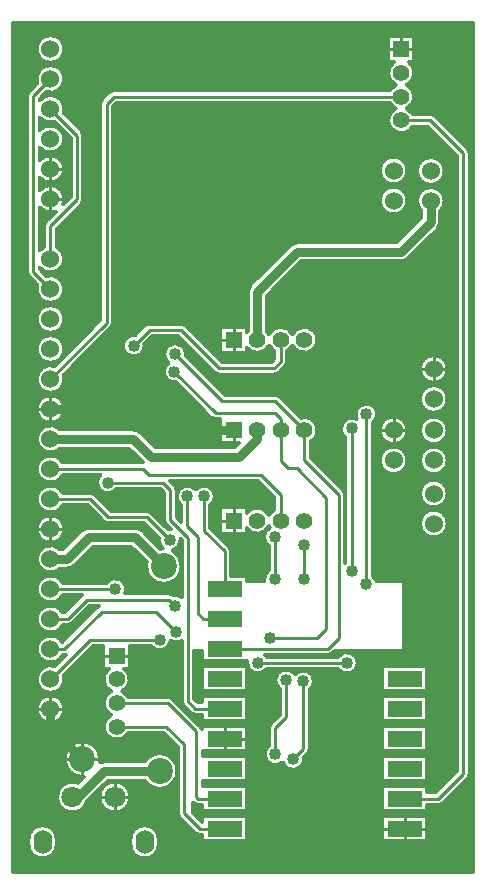
<source format=gbr>
G04 DesignSpark PCB Gerber Version 12.0 Build 5942*
%FSLAX35Y35*%
%MOMM*%
%ADD23O,1.60000X2.00000*%
%ADD17R,1.40000X1.42000*%
%ADD12C,0.25400*%
%ADD11C,0.30480*%
%ADD13C,0.80000*%
%ADD16C,1.01600*%
%ADD18C,1.40000*%
%ADD70C,1.52400*%
%ADD22C,1.80000*%
%ADD14C,2.20000*%
%ADD19R,3.00000X1.35000*%
%ADD21R,1.42000X1.40000*%
X0Y0D02*
D02*
D11*
X386120Y7579360D02*
Y391120D01*
X2325240D01*
Y650140D01*
X1984640D01*
Y704940D01*
X1964410D01*
G75*
G02*
X1924520Y720520I-2170J53300D01*
G01*
X1792520Y852520D01*
G75*
G02*
X1776900Y890240I37720J37720D01*
G01*
G75*
G02*
X1776940Y892410I53350J100D01*
G01*
Y1448100D01*
X1658100Y1566940D01*
X1357200D01*
G75*
G02*
X1149600Y1620240I-96960J53300D01*
G01*
G75*
G02*
X1212900Y1720240I110640J0D01*
G01*
G75*
G02*
Y1920240I47340J100000D01*
G01*
G75*
G02*
X1195060Y2109640I47340J100000D01*
G01*
X1148640D01*
Y2301940D01*
X1057380D01*
X812400Y2056960D01*
G75*
G02*
X817080Y2024240I-112150J-32740D01*
G01*
G75*
G02*
X583400I-116840J0D01*
G01*
G75*
G02*
X739020Y2134460I116840J0D01*
G01*
X831010Y2226450D01*
G75*
G02*
X816070Y2224940I-12780J51810D01*
G01*
X804210D01*
G75*
G02*
X583400Y2278240I-103970J53300D01*
G01*
G75*
G02*
X801350Y2336790I116840J0D01*
G01*
X1097520Y2632960D01*
G75*
G02*
X1109460Y2641940I37720J-37720D01*
G01*
X1027380D01*
X882960Y2497520D01*
G75*
G02*
X843070Y2481940I-37720J37720D01*
G01*
X805700D01*
G75*
G02*
X583400Y2532240I-105460J50300D01*
G01*
G75*
G02*
X802620Y2588540I116840J0D01*
G01*
X823100D01*
X966500Y2731940D01*
X803700D01*
G75*
G02*
X583400Y2786240I-103460J54300D01*
G01*
G75*
G02*
X804720Y2838540I116840J0D01*
G01*
X1175940D01*
G75*
G02*
X1333990Y2748540I74300J-53290D01*
G01*
X1703070D01*
G75*
G02*
X1740290Y2735450I2170J-53300D01*
G01*
G75*
G02*
X1811940Y2716980I14950J-90210D01*
G01*
Y3198100D01*
X1801280Y3208760D01*
G75*
G02*
X1801680Y3200240I-91080J-8550D01*
G01*
G75*
G02*
X1733570Y3111830I-91440J0D01*
G01*
G75*
G02*
X1810880Y2980240I-73340J-131590D01*
G01*
G75*
G02*
X1509600I-150640J0D01*
G01*
G75*
G02*
X1513250Y3013190I150630J-10D01*
G01*
X1381800Y3144640D01*
X1058680D01*
X897260Y2983220D01*
G75*
G02*
X837750Y2959640I-57020J57020D01*
G01*
X784830D01*
G75*
G02*
X583400Y3040240I-84590J80600D01*
G01*
G75*
G02*
X784830Y3120840I116840J0D01*
G01*
X806800D01*
X968220Y3282260D01*
G75*
G02*
X1027730Y3305840I57020J-57020D01*
G01*
X1412750D01*
G75*
G02*
X1472260Y3282260I2490J-80600D01*
G01*
X1627290Y3127230D01*
G75*
G02*
X1650990Y3130600I32990J-146990D01*
G01*
G75*
G02*
X1618800Y3200240I59250J69640D01*
G01*
G75*
G02*
X1620000Y3215040I91460J30D01*
G01*
X1493100Y3341940D01*
X1192410D01*
G75*
G02*
X1152520Y3357520I-2170J53300D01*
G01*
X1015100Y3494940D01*
X804210D01*
G75*
G02*
X583400Y3548240I-103970J53300D01*
G01*
G75*
G02*
X804210Y3601540I116840J0D01*
G01*
X1035070D01*
G75*
G02*
X1074960Y3585960I2170J-53300D01*
G01*
X1212380Y3448540D01*
X1513070D01*
G75*
G02*
X1552960Y3432960I2170J-53300D01*
G01*
X1695440Y3290480D01*
G75*
G02*
X1718760Y3291280I14770J-90270D01*
G01*
X1677520Y3332520D01*
G75*
G02*
X1661900Y3370240I37720J37720D01*
G01*
G75*
G02*
X1661940Y3372410I53350J100D01*
G01*
Y3603100D01*
X1633100Y3631940D01*
X1259540D01*
G75*
G02*
X1093800Y3685240I-74300J53300D01*
G01*
G75*
G02*
X1122690Y3751940I91440J0D01*
G01*
X805700D01*
G75*
G02*
X583400Y3802240I-105460J50300D01*
G01*
G75*
G02*
X802620Y3858540I116840J0D01*
G01*
X1482900D01*
X1365800Y3975640D01*
X784830D01*
G75*
G02*
X583400Y4056240I-84590J80600D01*
G01*
G75*
G02*
X784830Y4136840I116840J0D01*
G01*
X1396750D01*
G75*
G02*
X1456260Y4113260I2490J-80600D01*
G01*
X1583680Y3985840D01*
X2261800D01*
X2294600Y4018640D01*
X2139640D01*
Y4221940D01*
X2102410D01*
G75*
G02*
X2062520Y4237520I-2170J53300D01*
G01*
X1765040Y4535000D01*
G75*
G02*
X1700520Y4701980I-14800J90240D01*
G01*
G75*
G02*
X1663800Y4775240I54720J73260D01*
G01*
G75*
G02*
X1846680I91440J0D01*
G01*
G75*
G02*
X1845480Y4760440I-91470J-30D01*
G01*
X2177380Y4428540D01*
X2603070D01*
G75*
G02*
X2642960Y4412960I2170J-53300D01*
G01*
X2819420Y4236500D01*
G75*
G02*
X2903540Y4033280I30810J-106270D01*
G01*
Y3897380D01*
X3177960Y3622960D01*
G75*
G02*
X3193580Y3585240I-37720J-37720D01*
G01*
G75*
G02*
X3193540Y3583070I-53370J-100D01*
G01*
Y3006980D01*
G75*
G02*
X3196940Y3009540I56690J-71750D01*
G01*
Y4070940D01*
G75*
G02*
X3292490Y4226330I53300J74300D01*
G01*
G75*
G02*
X3283800Y4265240I82760J38910D01*
G01*
G75*
G02*
X3466680I91440J0D01*
G01*
G75*
G02*
X3428540Y4190940I-91440J0D01*
G01*
Y2899540D01*
G75*
G02*
X3463200Y2850240I-53300J-74300D01*
G01*
X3690240D01*
Y2136340D01*
X3889840D01*
Y1920140D01*
X3690240D01*
Y1882340D01*
X3889840D01*
Y1666140D01*
X3690240D01*
Y1628340D01*
X3889840D01*
Y1412140D01*
X3690240D01*
Y1374340D01*
X3889840D01*
Y1158140D01*
X3690240D01*
Y1120340D01*
X3889840D01*
Y1063540D01*
X3963100D01*
X4141940Y1242380D01*
Y6453100D01*
X3893100Y6701940D01*
X3767200D01*
G75*
G02*
X3559600Y6755240I-96960J53300D01*
G01*
G75*
G02*
X3622900Y6855240I110640J0D01*
G01*
G75*
G02*
X3573280Y6901940I47340J100010D01*
G01*
X1257380D01*
X1228540Y6873100D01*
Y5041410D01*
G75*
G02*
X1228580Y5039240I-53330J-2070D01*
G01*
G75*
G02*
X1212960Y5001520I-53340J0D01*
G01*
X811470Y4600030D01*
G75*
G02*
X817080Y4564240I-111250J-35770D01*
G01*
G75*
G02*
X583400I-116840J0D01*
G01*
G75*
G02*
X736030Y4675470I116840J0D01*
G01*
X1121940Y5061380D01*
Y6893070D01*
G75*
G02*
X1121900Y6895240I53310J2070D01*
G01*
G75*
G02*
X1137520Y6932960I53340J0D01*
G01*
X1197520Y6992960D01*
G75*
G02*
X1237410Y7008540I37720J-37720D01*
G01*
X3573280D01*
G75*
G02*
X3622900Y7055240I96960J-53310D01*
G01*
G75*
G02*
X3605060Y7244640I47340J100000D01*
G01*
X3558640D01*
Y7465840D01*
X3781840D01*
Y7244640D01*
X3735420D01*
G75*
G02*
X3717580Y7055240I-65180J-89400D01*
G01*
G75*
G02*
Y6855240I-47340J-100000D01*
G01*
G75*
G02*
X3767200Y6808540I-47340J-100010D01*
G01*
X3913070D01*
G75*
G02*
X3952960Y6792960I2170J-53300D01*
G01*
X4232960Y6512960D01*
G75*
G02*
X4248580Y6475240I-37720J-37720D01*
G01*
G75*
G02*
X4248540Y6473070I-53370J-100D01*
G01*
Y1222410D01*
G75*
G02*
X4248580Y1220240I-53330J-2070D01*
G01*
G75*
G02*
X4232960Y1182520I-53340J0D01*
G01*
X4022960Y972520D01*
G75*
G02*
X3983070Y956940I-37720J37720D01*
G01*
X3889840D01*
Y904140D01*
X3690240D01*
Y866340D01*
X3889840D01*
Y650140D01*
X3690240D01*
Y391120D01*
X4274360D01*
Y7579360D01*
X386120D01*
X501940Y5473410D02*
Y6958070D01*
G75*
G02*
X501900Y6960240I53310J2070D01*
G01*
G75*
G02*
X517520Y6997960I53340J0D01*
G01*
X588770Y7069210D01*
G75*
G02*
X583400Y7104240I111480J35020D01*
G01*
G75*
G02*
X817080I116840J0D01*
G01*
G75*
G02*
X663700Y6993260I-116840J0D01*
G01*
X608540Y6938100D01*
Y6922650D01*
G75*
G02*
X811470Y6814450I91690J-72440D01*
G01*
X962960Y6662960D01*
G75*
G02*
X978580Y6625240I-37720J-37720D01*
G01*
G75*
G02*
X978540Y6623070I-53370J-100D01*
G01*
Y6087410D01*
G75*
G02*
X978580Y6085240I-53330J-2070D01*
G01*
G75*
G02*
X962960Y6047520I-53340J0D01*
G01*
X753540Y5838100D01*
Y5684210D01*
G75*
G02*
X817080Y5580240I-53300J-103970D01*
G01*
G75*
G02*
X608540Y5507830I-116840J0D01*
G01*
Y5493380D01*
X664450Y5437470D01*
G75*
G02*
X817080Y5326240I35790J-111230D01*
G01*
G75*
G02*
X583400I-116840J0D01*
G01*
G75*
G02*
X589010Y5362030I116850J20D01*
G01*
X517520Y5433520D01*
G75*
G02*
X501900Y5471240I37720J37720D01*
G01*
G75*
G02*
X501940Y5473410I53350J100D01*
G01*
X583400Y1770240D02*
G75*
G02*
X817080I116840J0D01*
G01*
G75*
G02*
X583400I-116840J0D01*
G01*
X754600Y1025240D02*
G75*
G02*
X936400Y1145440I130640J0D01*
G01*
X986430Y1195470D01*
G75*
G02*
X819600Y1345240I-16190J149770D01*
G01*
G75*
G02*
X1120880I150640J0D01*
G01*
G75*
G02*
X1118650Y1319430I-150680J20D01*
G01*
G75*
G02*
X1152730Y1325840I31600J-74200D01*
G01*
X1497980D01*
G75*
G02*
X1775880Y1245240I127260J-80600D01*
G01*
G75*
G02*
X1497980Y1164640I-150640J0D01*
G01*
X1183680D01*
X1011770Y992730D01*
G75*
G02*
X754600Y1025240I-126530J32510D01*
G01*
X1376640Y625240D02*
Y665240D01*
G75*
G02*
X1617840I120600J0D01*
G01*
Y625240D01*
G75*
G02*
X1376640I-120600J0D01*
G01*
X1114600Y1025240D02*
G75*
G02*
X1375880I130640J0D01*
G01*
G75*
G02*
X1114600I-130640J0D01*
G01*
X583400Y3294240D02*
G75*
G02*
X817080I116840J0D01*
G01*
G75*
G02*
X583400I-116840J0D01*
G01*
Y4310240D02*
G75*
G02*
X817080I116840J0D01*
G01*
G75*
G02*
X583400I-116840J0D01*
G01*
Y4818240D02*
G75*
G02*
X817080I116840J0D01*
G01*
G75*
G02*
X583400I-116840J0D01*
G01*
Y5072240D02*
G75*
G02*
X817080I116840J0D01*
G01*
G75*
G02*
X583400I-116840J0D01*
G01*
X512640Y625240D02*
Y665240D01*
G75*
G02*
X753840I120600J0D01*
G01*
Y625240D01*
G75*
G02*
X512640I-120600J0D01*
G01*
X583400Y7358240D02*
G75*
G02*
X817080I116840J0D01*
G01*
G75*
G02*
X583400I-116840J0D01*
G01*
X3803400Y6071240D02*
G75*
G02*
X4037080I116840J0D01*
G01*
G75*
G02*
X4000840Y5986650I-116840J0D01*
G01*
Y5897730D01*
G75*
G02*
X4000880Y5895240I-80620J-2540D01*
G01*
G75*
G02*
X3977260Y5838220I-80640J0D01*
G01*
X3722260Y5583220D01*
G75*
G02*
X3662750Y5559640I-57020J57020D01*
G01*
X2823680D01*
X2530840Y5266800D01*
Y4971030D01*
G75*
G02*
X2550240Y4942580I-80590J-75790D01*
G01*
G75*
G02*
X2750240I100000J-47340D01*
G01*
G75*
G02*
X2960880Y4895240I100000J-47340D01*
G01*
G75*
G02*
X2750240Y4847900I-110640J0D01*
G01*
G75*
G02*
X2703540Y4798280I-100010J47340D01*
G01*
Y4712410D01*
G75*
G02*
X2703580Y4710240I-53330J-2070D01*
G01*
G75*
G02*
X2687960Y4672520I-53340J0D01*
G01*
X2632960Y4617520D01*
G75*
G02*
X2593070Y4601940I-37720J37720D01*
G01*
X2132410D01*
G75*
G02*
X2092520Y4617520I-2170J53300D01*
G01*
X1783100Y4926940D01*
X1562380D01*
X1495480Y4860040D01*
G75*
G02*
X1496680Y4845240I-90270J-14770D01*
G01*
G75*
G02*
X1313800I-91440J0D01*
G01*
G75*
G02*
X1420040Y4935480I91440J0D01*
G01*
X1502520Y5017960D01*
G75*
G02*
X1542410Y5033540I37720J-37720D01*
G01*
X1803070D01*
G75*
G02*
X1842960Y5017960I2170J-53300D01*
G01*
X2152380Y4708540D01*
X2573100D01*
X2596940Y4732380D01*
Y4798280D01*
G75*
G02*
X2550240Y4847900I53310J96960D01*
G01*
G75*
G02*
X2360840Y4830060I-100000J47340D01*
G01*
Y4783640D01*
X2139640D01*
Y5006840D01*
X2360840D01*
Y4960420D01*
G75*
G02*
X2369640Y4971030I89380J-65180D01*
G01*
Y5297750D01*
G75*
G02*
X2369600Y5300240I80580J2540D01*
G01*
G75*
G02*
X2393220Y5357260I80640J0D01*
G01*
X2733220Y5697260D01*
G75*
G02*
X2792730Y5720840I57020J-57020D01*
G01*
X3631800D01*
X3839640Y5928680D01*
Y5986650D01*
G75*
G02*
X3803400Y6071240I80600J84590D01*
G01*
X3828400Y3340240D02*
G75*
G02*
X4062080I116840J0D01*
G01*
G75*
G02*
X3828400I-116840J0D01*
G01*
Y3594240D02*
G75*
G02*
X4062080I116840J0D01*
G01*
G75*
G02*
X3828400I-116840J0D01*
G01*
Y3875240D02*
G75*
G02*
X4062080I116840J0D01*
G01*
G75*
G02*
X3828400I-116840J0D01*
G01*
Y4129240D02*
G75*
G02*
X4062080I116840J0D01*
G01*
G75*
G02*
X3828400I-116840J0D01*
G01*
Y4395240D02*
G75*
G02*
X4062080I116840J0D01*
G01*
G75*
G02*
X3828400I-116840J0D01*
G01*
Y4649240D02*
G75*
G02*
X4062080I116840J0D01*
G01*
G75*
G02*
X3828400I-116840J0D01*
G01*
X3488400Y3875240D02*
G75*
G02*
X3722080I116840J0D01*
G01*
G75*
G02*
X3488400I-116840J0D01*
G01*
Y4129240D02*
G75*
G02*
X3722080I116840J0D01*
G01*
G75*
G02*
X3488400I-116840J0D01*
G01*
X3803400Y6325240D02*
G75*
G02*
X4037080I116840J0D01*
G01*
G75*
G02*
X3803400I-116840J0D01*
G01*
X3488400Y6075240D02*
G75*
G02*
X3722080I116840J0D01*
G01*
G75*
G02*
X3488400I-116840J0D01*
G01*
Y6329240D02*
G75*
G02*
X3722080I116840J0D01*
G01*
G75*
G02*
X3488400I-116840J0D01*
G01*
X401360Y645240D02*
G36*
X401360Y645240D02*
Y406360D01*
X2325240D01*
Y645240D01*
X1617840D01*
Y625240D01*
G75*
G02*
X1376640I-120600J0D01*
G01*
Y645240D01*
X753840D01*
Y625240D01*
G75*
G02*
X512640I-120600J0D01*
G01*
Y645240D01*
X401360D01*
G37*
X3690240D02*
G36*
X3690240Y645240D02*
Y406360D01*
X4259120D01*
Y645240D01*
X3690240D01*
G37*
X401360Y1025240D02*
G36*
X401360Y1025240D02*
Y645240D01*
X512640D01*
Y665240D01*
G75*
G02*
X753840I120600J0D01*
G01*
Y645240D01*
X1376640D01*
Y665240D01*
G75*
G02*
X1617840I120600J0D01*
G01*
Y645240D01*
X2325240D01*
Y650140D01*
X1984640D01*
Y704940D01*
X1964410D01*
G75*
G02*
X1924520Y720520I-2180J53270D01*
G01*
X1792520Y852520D01*
G75*
G02*
X1776900Y890240I37760J37730D01*
G01*
G75*
G02*
X1776940Y892410I59450J-10D01*
G01*
Y1025240D01*
X1375880D01*
G75*
G02*
X1114600I-130640J0D01*
G01*
X1044280D01*
X1011770Y992730D01*
G75*
G02*
X754600Y1025240I-126530J32510D01*
G01*
X401360D01*
G37*
X3690240Y650140D02*
G36*
X3690240Y650140D02*
Y645240D01*
X4259120D01*
Y1025240D01*
X4075680D01*
X4022960Y972520D01*
G75*
G02*
X3983070Y956940I-37710J37690D01*
G01*
X3889840D01*
Y904140D01*
X3690240D01*
Y866340D01*
X3889840D01*
Y650140D01*
X3690240D01*
G37*
X401360Y1195240D02*
G36*
X401360Y1195240D02*
Y1025240D01*
X754600D01*
G75*
G02*
X936400Y1145440I130640J0D01*
G01*
X986200Y1195240D01*
X984140D01*
G75*
G02*
X956340I-13900J150040D01*
G01*
X401360D01*
G37*
X1044280Y1025240D02*
G36*
X1044280Y1025240D02*
X1114600D01*
G75*
G02*
X1375880I130640J0D01*
G01*
X1776940D01*
Y1195240D01*
X1767340D01*
G75*
G02*
X1497980Y1164640I-142100J50000D01*
G01*
X1183680D01*
X1044280Y1025240D01*
G37*
X3690240Y1158140D02*
G36*
X3690240Y1158140D02*
Y1120340D01*
X3889840D01*
Y1063540D01*
X3963100D01*
X4094800Y1195240D01*
X3889840D01*
Y1158140D01*
X3690240D01*
G37*
X4232960Y1182520D02*
G36*
X4232960Y1182520D02*
X4075680Y1025240D01*
X4259120D01*
Y1195240D01*
X4242360D01*
G75*
G02*
X4232960Y1182520I-47150J25010D01*
G01*
G37*
X401360Y1770240D02*
G36*
X401360Y1770240D02*
Y1195240D01*
X956340D01*
G75*
G02*
X819600Y1345240I13900J150000D01*
G01*
G75*
G02*
X1120880I150640J0D01*
G01*
G75*
G02*
X1118650Y1319430I-150950J40D01*
G01*
G75*
G02*
X1152730Y1325840I31580J-74120D01*
G01*
X1497980D01*
G75*
G02*
X1775880Y1245240I127260J-80600D01*
G01*
G75*
G02*
X1767340Y1195240I-150660J0D01*
G01*
X1776940D01*
Y1448100D01*
X1658100Y1566940D01*
X1357200D01*
G75*
G02*
X1149600Y1620240I-96960J53300D01*
G01*
G75*
G02*
X1212900Y1720240I110640J0D01*
G01*
G75*
G02*
X1161540Y1770240I47340J100010D01*
G01*
X817080D01*
G75*
G02*
X583400I-116840J0D01*
G01*
X401360D01*
G37*
X984140Y1195240D02*
G36*
X984140Y1195240D02*
X986200D01*
X986430Y1195470D01*
G75*
G02*
X984140Y1195240I-16190J149660D01*
G01*
G37*
X3690240Y1412140D02*
G36*
X3690240Y1412140D02*
Y1374340D01*
X3889840D01*
Y1195240D01*
X4094800D01*
X4141940Y1242380D01*
Y1770240D01*
X3889840D01*
Y1666140D01*
X3690240D01*
Y1628340D01*
X3889840D01*
Y1412140D01*
X3690240D01*
G37*
X4248540Y1770240D02*
G36*
X4248540Y1770240D02*
Y1222410D01*
G75*
G02*
X4248580Y1220250I-58320J-2160D01*
G01*
G75*
G02*
Y1220240I-63660J0D01*
G01*
G75*
G02*
X4242360Y1195240I-53380J10D01*
G01*
X4259120D01*
Y1770240D01*
X4248540D01*
G37*
X401360Y3294240D02*
G36*
X401360Y3294240D02*
Y1770240D01*
X583400D01*
G75*
G02*
X817080I116840J0D01*
G01*
X1161540D01*
G75*
G02*
X1149600Y1820240I98700J50000D01*
G01*
G75*
G02*
X1212900Y1920240I110640J0D01*
G01*
G75*
G02*
X1149600Y2020240I47340J100000D01*
G01*
G75*
G02*
X1195060Y2109640I110640J0D01*
G01*
X1148640D01*
Y2301940D01*
X1057380D01*
X812400Y2056960D01*
G75*
G02*
X817080Y2024240I-112400J-32770D01*
G01*
G75*
G02*
X583400I-116840J0D01*
G01*
G75*
G02*
X739020Y2134460I116840J0D01*
G01*
X831010Y2226450D01*
G75*
G02*
X816070Y2224940I-12820J52160D01*
G01*
X804210D01*
G75*
G02*
X583400Y2278230I-103970J53290D01*
G01*
G75*
G02*
Y2278240I286480J10D01*
G01*
G75*
G02*
X801350Y2336790I116840J0D01*
G01*
X1097520Y2632960D01*
G75*
G02*
X1109460Y2641940I37570J-37530D01*
G01*
X1027380D01*
X882960Y2497520D01*
G75*
G02*
X843070Y2481940I-37710J37690D01*
G01*
X805700D01*
G75*
G02*
X583400Y2532240I-105460J50300D01*
G01*
G75*
G02*
X802620Y2588540I116840J0D01*
G01*
X823100D01*
X966500Y2731940D01*
X803700D01*
G75*
G02*
X583400Y2786240I-103460J54300D01*
G01*
G75*
G02*
X804720Y2838540I116840J0D01*
G01*
X1175940D01*
G75*
G02*
X1341680Y2785250I74300J-53290D01*
G01*
G75*
G02*
X1333990Y2748540I-91440J-10D01*
G01*
X1703070D01*
G75*
G02*
X1740290Y2735450I2150J-53350D01*
G01*
G75*
G02*
X1811940Y2716980I14960J-90160D01*
G01*
Y3198100D01*
X1801280Y3208760D01*
G75*
G02*
X1801680Y3200240I-90690J-8530D01*
G01*
G75*
G02*
X1733570Y3111830I-91430J0D01*
G01*
G75*
G02*
X1810880Y2980240I-73350J-131600D01*
G01*
G75*
G02*
X1509600I-150640J0D01*
G01*
G75*
G02*
X1513250Y3013190I151260J-80D01*
G01*
X1381800Y3144640D01*
X1058680D01*
X897260Y2983220D01*
G75*
G02*
X837750Y2959640I-57000J56980D01*
G01*
X784830D01*
G75*
G02*
X583400Y3040240I-84590J80600D01*
G01*
G75*
G02*
X784830Y3120840I116840J0D01*
G01*
X806800D01*
X968220Y3282260D01*
G75*
G02*
X983510Y3294240I57020J-57030D01*
G01*
X817080D01*
G75*
G02*
X583400I-116840J0D01*
G01*
X401360D01*
G37*
X1456970D02*
G36*
X1456970Y3294240D02*
G75*
G02*
X1472260Y3282260I-41730J-69010D01*
G01*
X1627290Y3127230D01*
G75*
G02*
X1650990Y3130600I32820J-145790D01*
G01*
G75*
G02*
X1618800Y3200240I59260J69650D01*
G01*
G75*
G02*
X1620000Y3215040I91850J0D01*
G01*
X1540800Y3294240D01*
X1456970D01*
G37*
X1691680D02*
G36*
X1691680Y3294240D02*
X1695440Y3290480D01*
G75*
G02*
X1718760Y3291280I14760J-89850D01*
G01*
X1715800Y3294240D01*
X1691680D01*
G37*
X3193540D02*
G36*
X3193540Y3294240D02*
Y3006980D01*
G75*
G02*
X3196940Y3009540I50320J-63300D01*
G01*
Y3294240D01*
X3193540D01*
G37*
X3428540D02*
G36*
X3428540Y3294240D02*
Y2899540D01*
G75*
G02*
X3463200Y2850240I-53250J-74270D01*
G01*
X3690240D01*
Y2136340D01*
X3889840D01*
Y1920140D01*
X3690240D01*
Y1882340D01*
X3889840D01*
Y1770240D01*
X4141940D01*
Y3294240D01*
X4052640D01*
G75*
G02*
X3837840I-107400J46000D01*
G01*
X3428540D01*
G37*
X4248540D02*
G36*
X4248540Y3294240D02*
Y1770240D01*
X4259120D01*
Y3294240D01*
X4248540D01*
G37*
X401360Y3594240D02*
G36*
X401360Y3594240D02*
Y3294240D01*
X583400D01*
G75*
G02*
X817080I116840J0D01*
G01*
X983510D01*
G75*
G02*
X1027730Y3305840I41730J-69000D01*
G01*
X1412750D01*
G75*
G02*
X1456970Y3294240I2490J-80600D01*
G01*
X1540800D01*
X1493100Y3341940D01*
X1192410D01*
G75*
G02*
X1152520Y3357520I-2180J53270D01*
G01*
X1015100Y3494940D01*
X804210D01*
G75*
G02*
X583400Y3548230I-103970J53290D01*
G01*
G75*
G02*
Y3548240I286480J10D01*
G01*
G75*
G02*
Y3548250I286480J10D01*
G01*
G75*
G02*
X592830Y3594240I116830J10D01*
G01*
X401360D01*
G37*
X1064250D02*
G36*
X1064250Y3594240D02*
G75*
G02*
X1074960Y3585960I-27000J-45990D01*
G01*
X1212380Y3448540D01*
X1513070D01*
G75*
G02*
X1552960Y3432960I2180J-53270D01*
G01*
X1691680Y3294240D01*
X1715800D01*
X1677520Y3332520D01*
G75*
G02*
X1661900Y3370240I37760J37730D01*
G01*
G75*
G02*
X1661940Y3372410I59450J-10D01*
G01*
Y3594240D01*
X1194190D01*
G75*
G02*
X1176290I-8950J90970D01*
G01*
X1064250D01*
G37*
X3193540Y3583070D02*
G36*
X3193540Y3583070D02*
Y3294240D01*
X3196940D01*
Y3594240D01*
X3192810D01*
G75*
G02*
X3193580Y3585240I-52610J-9030D01*
G01*
G75*
G02*
Y3585230I-63660J0D01*
G01*
G75*
G02*
X3193540Y3583070I-58360J0D01*
G01*
G37*
X3428540Y3594240D02*
G36*
X3428540Y3594240D02*
Y3294240D01*
X3837840D01*
G75*
G02*
X3828400Y3340240I107410J46010D01*
G01*
G75*
G02*
X4062080I116840J0D01*
G01*
G75*
G02*
X4052640Y3294240I-116850J10D01*
G01*
X4141940D01*
Y3594240D01*
X4062080D01*
G75*
G02*
X3828400I-116840J0D01*
G01*
X3428540D01*
G37*
X4248540D02*
G36*
X4248540Y3594240D02*
Y3294240D01*
X4259120D01*
Y3594240D01*
X4248540D01*
G37*
X401360Y3875240D02*
G36*
X401360Y3875240D02*
Y3594240D01*
X592830D01*
G75*
G02*
X804210Y3601540I107400J-46000D01*
G01*
X1035070D01*
G75*
G02*
X1064250Y3594240I2180J-53270D01*
G01*
X1176290D01*
G75*
G02*
X1093800Y3685240I8950J91000D01*
G01*
G75*
G02*
X1122690Y3751940I91440J0D01*
G01*
X805700D01*
G75*
G02*
X583400Y3802240I-105460J50300D01*
G01*
G75*
G02*
X609010Y3875240I116840J0D01*
G01*
X401360D01*
G37*
X791470D02*
G36*
X791470Y3875240D02*
G75*
G02*
X802620Y3858540I-91240J-72990D01*
G01*
X1482900D01*
X1466200Y3875240D01*
X791470D01*
G37*
X1259540Y3631940D02*
G36*
X1259540Y3631940D02*
G75*
G02*
X1194190Y3594240I-74300J53310D01*
G01*
X1661940D01*
Y3603100D01*
X1633100Y3631940D01*
X1259540D01*
G37*
X2925680Y3875240D02*
G36*
X2925680Y3875240D02*
X3177960Y3622960D01*
G75*
G02*
X3192810Y3594240I-37760J-37720D01*
G01*
X3196940D01*
Y3875240D01*
X2925680D01*
G37*
X3428540D02*
G36*
X3428540Y3875240D02*
Y3594240D01*
X3828400D01*
G75*
G02*
X4062080I116840J0D01*
G01*
X4141940D01*
Y3875240D01*
X4062080D01*
G75*
G02*
X3828400I-116840J0D01*
G01*
X3722080D01*
G75*
G02*
X3488400I-116840J0D01*
G01*
X3428540D01*
G37*
X4248540D02*
G36*
X4248540Y3875240D02*
Y3594240D01*
X4259120D01*
Y3875240D01*
X4248540D01*
G37*
X401360Y4129240D02*
G36*
X401360Y4129240D02*
Y3875240D01*
X609010D01*
G75*
G02*
X791470I91230J-73000D01*
G01*
X1466200D01*
X1365800Y3975640D01*
X784830D01*
G75*
G02*
X583400Y4056240I-84590J80600D01*
G01*
G75*
G02*
X609010Y4129240I116850J0D01*
G01*
X401360D01*
G37*
X1433500D02*
G36*
X1433500Y4129240D02*
G75*
G02*
X1456260Y4113260I-34260J-72990D01*
G01*
X1583680Y3985840D01*
X2261800D01*
X2294600Y4018640D01*
X2139640D01*
Y4129240D01*
X1433500D01*
G37*
X2903540Y4033280D02*
G36*
X2903540Y4033280D02*
Y3897380D01*
X2925680Y3875240D01*
X3196940D01*
Y4070940D01*
G75*
G02*
X3160210Y4129240I53300J74300D01*
G01*
X2960870D01*
G75*
G02*
X2903540Y4033280I-110640J990D01*
G01*
G37*
X3428540Y4129240D02*
G36*
X3428540Y4129240D02*
Y3875240D01*
X3488400D01*
G75*
G02*
X3722080I116840J0D01*
G01*
X3828400D01*
G75*
G02*
X4062080I116840J0D01*
G01*
X4141940D01*
Y4129240D01*
X4062080D01*
G75*
G02*
X3828400I-116840J0D01*
G01*
X3722080D01*
G75*
G02*
X3488400I-116840J0D01*
G01*
X3428540D01*
G37*
X4248540D02*
G36*
X4248540Y4129240D02*
Y3875240D01*
X4259120D01*
Y4129240D01*
X4248540D01*
G37*
X401360Y4310240D02*
G36*
X401360Y4310240D02*
Y4129240D01*
X609010D01*
G75*
G02*
X784830Y4136840I91230J-73000D01*
G01*
X1396750D01*
G75*
G02*
X1433500Y4129240I2490J-80600D01*
G01*
X2139640D01*
Y4221940D01*
X2102410D01*
G75*
G02*
X2062520Y4237520I-2180J53270D01*
G01*
X1989800Y4310240D01*
X817080D01*
G75*
G02*
X583400I-116840J0D01*
G01*
X401360D01*
G37*
X2745680D02*
G36*
X2745680Y4310240D02*
X2819420Y4236500D01*
G75*
G02*
X2960870Y4130230I30810J-106270D01*
G01*
G75*
G02*
Y4129240I-110350J-490D01*
G01*
X3160210D01*
G75*
G02*
X3158800Y4145240I90050J16000D01*
G01*
G75*
G02*
X3292490Y4226330I91440J0D01*
G01*
G75*
G02*
X3283800Y4265240I82850J38930D01*
G01*
G75*
G02*
X3295640Y4310240I91440J0D01*
G01*
X2745680D01*
G37*
X3428540Y4190940D02*
G36*
X3428540Y4190940D02*
Y4129240D01*
X3488400D01*
G75*
G02*
X3722080I116840J0D01*
G01*
X3828400D01*
G75*
G02*
X4062080I116840J0D01*
G01*
X4141940D01*
Y4310240D01*
X4025410D01*
G75*
G02*
X3865070I-80170J85000D01*
G01*
X3454840D01*
G75*
G02*
X3466680Y4265240I-79600J-45000D01*
G01*
G75*
G02*
Y4265230I-114590J0D01*
G01*
G75*
G02*
X3428540Y4190940I-91420J0D01*
G01*
G37*
X4248540Y4310240D02*
G36*
X4248540Y4310240D02*
Y4129240D01*
X4259120D01*
Y4310240D01*
X4248540D01*
G37*
X401360Y4649240D02*
G36*
X401360Y4649240D02*
Y4310240D01*
X583400D01*
G75*
G02*
X817080I116840J0D01*
G01*
X1989800D01*
X1765040Y4535000D01*
G75*
G02*
X1658800Y4625240I-14800J90240D01*
G01*
G75*
G02*
X1662000Y4649240I91420J20D01*
G01*
X860680D01*
X811470Y4600030D01*
G75*
G02*
X817080Y4564250I-111310J-35780D01*
G01*
G75*
G02*
Y4564240I-286480J0D01*
G01*
G75*
G02*
X583400I-116840J0D01*
G01*
G75*
G02*
X620070Y4649240I116850J0D01*
G01*
X401360D01*
G37*
X2060800D02*
G36*
X2060800Y4649240D02*
X1956680D01*
X2177380Y4428540D01*
X2603070D01*
G75*
G02*
X2642960Y4412960I2180J-53270D01*
G01*
X2745680Y4310240D01*
X3295640D01*
G75*
G02*
X3454840I79600J-45000D01*
G01*
X3865070D01*
G75*
G02*
X3828400Y4395240I80170J85000D01*
G01*
G75*
G02*
X4062080I116840J0D01*
G01*
G75*
G02*
X4025410Y4310240I-116840J0D01*
G01*
X4141940D01*
Y4649240D01*
X4062080D01*
G75*
G02*
X3828400I-116840J0D01*
G01*
X2664680D01*
X2632960Y4617520D01*
G75*
G02*
X2593070Y4601940I-37710J37690D01*
G01*
X2132410D01*
G75*
G02*
X2092520Y4617520I-2180J53270D01*
G01*
X2060800Y4649240D01*
G37*
X4248540D02*
G36*
X4248540Y4649240D02*
Y4310240D01*
X4259120D01*
Y4649240D01*
X4248540D01*
G37*
X401360Y4818240D02*
G36*
X401360Y4818240D02*
Y4649240D01*
X620070D01*
G75*
G02*
X736030Y4675470I80170J-85010D01*
G01*
X878800Y4818240D01*
X817080D01*
G75*
G02*
X583400I-116840J0D01*
G01*
X401360D01*
G37*
X1029680D02*
G36*
X1029680Y4818240D02*
X860680Y4649240D01*
X1662000D01*
G75*
G02*
X1700520Y4701980I88240J-24010D01*
G01*
G75*
G02*
X1663800Y4775230I54700J73250D01*
G01*
G75*
G02*
Y4775240I143240J10D01*
G01*
G75*
G02*
X1674540Y4818240I91440J0D01*
G01*
X1492600D01*
G75*
G02*
X1317880I-87360J27000D01*
G01*
X1029680D01*
G37*
X1835940D02*
G36*
X1835940Y4818240D02*
G75*
G02*
X1846680Y4775240I-80700J-43000D01*
G01*
G75*
G02*
X1845480Y4760440I-91850J0D01*
G01*
X1956680Y4649240D01*
X2060800D01*
X1891800Y4818240D01*
X1835940D01*
G37*
X2139640Y4783640D02*
G36*
X2139640Y4783640D02*
Y4818240D01*
X2042680D01*
X2152380Y4708540D01*
X2573100D01*
X2596940Y4732380D01*
Y4798280D01*
G75*
G02*
X2570790Y4818240I53310J96950D01*
G01*
X2529690D01*
G75*
G02*
X2370790I-79450J77000D01*
G01*
X2360840D01*
Y4783640D01*
X2139640D01*
G37*
X2687960Y4672520D02*
G36*
X2687960Y4672520D02*
X2664680Y4649240D01*
X3828400D01*
G75*
G02*
X4062080I116840J0D01*
G01*
X4141940D01*
Y4818240D01*
X2929690D01*
G75*
G02*
X2770790I-79450J77000D01*
G01*
X2729690D01*
G75*
G02*
X2703540Y4798280I-79450J76980D01*
G01*
Y4712410D01*
G75*
G02*
X2703580Y4710250I-58320J-2160D01*
G01*
G75*
G02*
Y4710240I-63660J0D01*
G01*
G75*
G02*
X2687960Y4672520I-53380J10D01*
G01*
G37*
X4248540Y4818240D02*
G36*
X4248540Y4818240D02*
Y4649240D01*
X4259120D01*
Y4818240D01*
X4248540D01*
G37*
X401360Y5072240D02*
G36*
X401360Y5072240D02*
Y4818240D01*
X583400D01*
G75*
G02*
X817080I116840J0D01*
G01*
X878800D01*
X1121940Y5061380D01*
Y5072240D01*
X817080D01*
G75*
G02*
X583400I-116840J0D01*
G01*
X401360D01*
G37*
X1212960Y5001520D02*
G36*
X1212960Y5001520D02*
X1029680Y4818240D01*
X1317880D01*
G75*
G02*
X1313800Y4845240I87360J27010D01*
G01*
G75*
G02*
Y4845250I71620J10D01*
G01*
G75*
G02*
X1420040Y4935480I91440J0D01*
G01*
X1502520Y5017960D01*
G75*
G02*
X1542410Y5033540I37710J-37690D01*
G01*
X1803070D01*
G75*
G02*
X1842960Y5017960I2180J-53270D01*
G01*
X2042680Y4818240D01*
X2139640D01*
Y5006840D01*
X2360840D01*
Y4960420D01*
G75*
G02*
X2369640Y4971030I88560J-64490D01*
G01*
Y5072240D01*
X1228540D01*
Y5041410D01*
G75*
G02*
X1228580Y5039250I-58320J-2160D01*
G01*
G75*
G02*
Y5039240I-63660J0D01*
G01*
G75*
G02*
X1212960Y5001520I-53380J10D01*
G01*
G37*
X1496680Y4845240D02*
G36*
X1496680Y4845240D02*
G75*
G02*
X1492600Y4818240I-91440J10D01*
G01*
X1674540D01*
G75*
G02*
X1835940I80700J-43000D01*
G01*
X1891800D01*
X1783100Y4926940D01*
X1562380D01*
X1495480Y4860040D01*
G75*
G02*
X1496680Y4845260I-90400J-14780D01*
G01*
G75*
G02*
Y4845240I-81850J-10D01*
G01*
G37*
X2360840Y4830060D02*
G36*
X2360840Y4830060D02*
Y4818240D01*
X2370790D01*
G75*
G02*
X2360840Y4830060I79460J76980D01*
G01*
G37*
X2530840Y5072240D02*
G36*
X2530840Y5072240D02*
Y4971030D01*
G75*
G02*
X2550240Y4942580I-80590J-75790D01*
G01*
G75*
G02*
X2750240I100000J-47340D01*
G01*
G75*
G02*
X2960880Y4895240I100000J-47340D01*
G01*
G75*
G02*
X2929690Y4818240I-110640J0D01*
G01*
X4141940D01*
Y5072240D01*
X2530840D01*
G37*
X2550240Y4847900D02*
G36*
X2550240Y4847900D02*
G75*
G02*
X2529690Y4818240I-100000J47340D01*
G01*
X2570790D01*
G75*
G02*
X2550240Y4847900I79460J77000D01*
G01*
G37*
X2750240D02*
G36*
X2750240Y4847900D02*
G75*
G02*
X2729690Y4818240I-100000J47340D01*
G01*
X2770790D01*
G75*
G02*
X2750240Y4847900I79450J77000D01*
G01*
G37*
X4248540Y5072240D02*
G36*
X4248540Y5072240D02*
Y4818240D01*
X4259120D01*
Y5072240D01*
X4248540D01*
G37*
X401360Y6075240D02*
G36*
X401360Y6075240D02*
Y5072240D01*
X583400D01*
G75*
G02*
X817080I116840J0D01*
G01*
X1121940D01*
Y6075240D01*
X977630D01*
G75*
G02*
X962960Y6047520I-52430J10000D01*
G01*
X753540Y5838100D01*
Y5684210D01*
G75*
G02*
X817080Y5580240I-53290J-103970D01*
G01*
G75*
G02*
Y5580230I-190990J0D01*
G01*
G75*
G02*
X608540Y5507830I-116840J0D01*
G01*
Y5493380D01*
X664450Y5437470D01*
G75*
G02*
X817080Y5326240I35780J-111230D01*
G01*
G75*
G02*
X583400I-116840J0D01*
G01*
G75*
G02*
Y5326250I286480J10D01*
G01*
G75*
G02*
X589010Y5362030I116920J0D01*
G01*
X517520Y5433520D01*
G75*
G02*
X501900Y5471240I37760J37730D01*
G01*
G75*
G02*
X501940Y5473410I59450J-10D01*
G01*
Y6075240D01*
X401360D01*
G37*
X1228540D02*
G36*
X1228540Y6075240D02*
Y5072240D01*
X2369640D01*
Y5297750D01*
G75*
G02*
X2369600Y5300230I76910J2480D01*
G01*
G75*
G02*
Y5300240I81850J10D01*
G01*
G75*
G02*
X2393220Y5357260I80650J-10D01*
G01*
X2733220Y5697260D01*
G75*
G02*
X2792730Y5720840I57020J-57020D01*
G01*
X3631800D01*
X3839640Y5928680D01*
Y5986650D01*
G75*
G02*
X3803400Y6071240I80600J84590D01*
G01*
G75*
G02*
X3803470Y6075240I116890J-50D01*
G01*
X3722080D01*
G75*
G02*
X3488400I-116840J0D01*
G01*
X1228540D01*
G37*
X2530840Y5266800D02*
G36*
X2530840Y5266800D02*
Y5072240D01*
X4141940D01*
Y6075240D01*
X4037010D01*
G75*
G02*
X4037080Y6071240I-116820J-4050D01*
G01*
G75*
G02*
X4000840Y5986650I-116840J0D01*
G01*
Y5897730D01*
G75*
G02*
X4000880Y5895250I-76910J-2480D01*
G01*
G75*
G02*
Y5895240I-81850J0D01*
G01*
G75*
G02*
X3977260Y5838220I-80650J10D01*
G01*
X3722260Y5583220D01*
G75*
G02*
X3662750Y5559640I-57000J56980D01*
G01*
X2823680D01*
X2530840Y5266800D01*
G37*
X4248540Y6075240D02*
G36*
X4248540Y6075240D02*
Y5072240D01*
X4259120D01*
Y6075240D01*
X4248540D01*
G37*
X401360Y6215240D02*
G36*
X401360Y6215240D02*
Y6075240D01*
X501940D01*
Y6215240D01*
X401360D01*
G37*
X978540D02*
G36*
X978540Y6215240D02*
Y6087410D01*
G75*
G02*
X978580Y6085250I-58320J-2160D01*
G01*
G75*
G02*
Y6085240I-63660J0D01*
G01*
G75*
G02*
X977630Y6075240I-53380J30D01*
G01*
X1121940D01*
Y6215240D01*
X978540D01*
G37*
X1228540D02*
G36*
X1228540Y6215240D02*
Y6075240D01*
X3488400D01*
G75*
G02*
X3722080I116840J0D01*
G01*
X3803470D01*
G75*
G02*
X4037010I116770J-4000D01*
G01*
X4141940D01*
Y6215240D01*
X3959630D01*
G75*
G02*
X3880850I-39390J110000D01*
G01*
X3630840D01*
G75*
G02*
X3579640I-25600J113980D01*
G01*
X1228540D01*
G37*
X4248540D02*
G36*
X4248540Y6215240D02*
Y6075240D01*
X4259120D01*
Y6215240D01*
X4248540D01*
G37*
X401360Y6325240D02*
G36*
X401360Y6325240D02*
Y6215240D01*
X501940D01*
Y6325240D01*
X401360D01*
G37*
X978540D02*
G36*
X978540Y6325240D02*
Y6215240D01*
X1121940D01*
Y6325240D01*
X978540D01*
G37*
X1228540D02*
G36*
X1228540Y6325240D02*
Y6215240D01*
X3579640D01*
G75*
G02*
X3488470Y6325240I25600J114000D01*
G01*
X1228540D01*
G37*
X3722010D02*
G36*
X3722010Y6325240D02*
G75*
G02*
X3630840Y6215240I-116770J4000D01*
G01*
X3880850D01*
G75*
G02*
X3803400Y6325240I39390J110000D01*
G01*
X3722010D01*
G37*
X4037080D02*
G36*
X4037080Y6325240D02*
G75*
G02*
X3959630Y6215240I-116840J0D01*
G01*
X4141940D01*
Y6325240D01*
X4037080D01*
G37*
X4248540D02*
G36*
X4248540Y6325240D02*
Y6215240D01*
X4259120D01*
Y6325240D01*
X4248540D01*
G37*
X401360Y7358240D02*
G36*
X401360Y7358240D02*
Y6325240D01*
X501940D01*
Y6958070D01*
G75*
G02*
X501900Y6960230I58320J2160D01*
G01*
G75*
G02*
Y6960240I63660J10D01*
G01*
G75*
G02*
X517520Y6997960I53380J-10D01*
G01*
X588770Y7069210D01*
G75*
G02*
X583400Y7104240I111560J35030D01*
G01*
G75*
G02*
X817080I116840J0D01*
G01*
G75*
G02*
X663700Y6993260I-116840J0D01*
G01*
X608540Y6938100D01*
Y6922650D01*
G75*
G02*
X817080Y6850210I91690J-72440D01*
G01*
G75*
G02*
X811470Y6814450I-116840J10D01*
G01*
X962960Y6662960D01*
G75*
G02*
X978580Y6625240I-37760J-37730D01*
G01*
G75*
G02*
Y6625230I-63660J0D01*
G01*
G75*
G02*
X978540Y6623070I-58360J0D01*
G01*
Y6325240D01*
X1121940D01*
Y6893070D01*
G75*
G02*
X1121900Y6895230I58320J2160D01*
G01*
G75*
G02*
Y6895240I63660J10D01*
G01*
G75*
G02*
X1137520Y6932960I53380J-10D01*
G01*
X1197520Y6992960D01*
G75*
G02*
X1237410Y7008540I37710J-37690D01*
G01*
X3573280D01*
G75*
G02*
X3622900Y7055240I96950J-53310D01*
G01*
G75*
G02*
X3559600Y7155240I47340J100000D01*
G01*
G75*
G02*
X3605060Y7244640I110640J0D01*
G01*
X3558640D01*
Y7358240D01*
X817080D01*
G75*
G02*
X583400I-116840J0D01*
G01*
X401360D01*
G37*
X1228540Y6873100D02*
G36*
X1228540Y6873100D02*
Y6325240D01*
X3488470D01*
G75*
G02*
X3488400Y6329240I116820J4050D01*
G01*
G75*
G02*
X3722080I116840J0D01*
G01*
G75*
G02*
X3722010Y6325240I-116890J50D01*
G01*
X3803400D01*
G75*
G02*
X4037080I116840J0D01*
G01*
X4141940D01*
Y6453100D01*
X3893100Y6701940D01*
X3767200D01*
G75*
G02*
X3559600Y6755240I-96960J53300D01*
G01*
G75*
G02*
X3622900Y6855240I110640J0D01*
G01*
G75*
G02*
X3573280Y6901940I47330J100000D01*
G01*
X1257380D01*
X1228540Y6873100D01*
G37*
X3717580Y6855240D02*
G36*
X3717580Y6855240D02*
G75*
G02*
X3767200Y6808540I-47330J-100000D01*
G01*
X3913070D01*
G75*
G02*
X3952960Y6792960I2180J-53270D01*
G01*
X4232960Y6512960D01*
G75*
G02*
X4248580Y6475240I-37760J-37730D01*
G01*
G75*
G02*
Y6475230I-63660J0D01*
G01*
G75*
G02*
X4248540Y6473070I-58360J0D01*
G01*
Y6325240D01*
X4259120D01*
Y7358240D01*
X3781840D01*
Y7244640D01*
X3735420D01*
G75*
G02*
X3780880Y7155240I-65180J-89400D01*
G01*
G75*
G02*
X3717580Y7055240I-110640J0D01*
G01*
G75*
G02*
X3780880Y6955240I-47340J-100000D01*
G01*
G75*
G02*
X3717580Y6855240I-110640J0D01*
G01*
G37*
X401360Y7564120D02*
G36*
X401360Y7564120D02*
Y7358240D01*
X583400D01*
G75*
G02*
X817080I116840J0D01*
G01*
X3558640D01*
Y7465840D01*
X3781840D01*
Y7358240D01*
X4259120D01*
Y7564120D01*
X401360D01*
G37*
X608540Y6015830D02*
Y5652650D01*
G75*
G02*
X646940Y5684210I91680J-72410D01*
G01*
Y5858070D01*
G75*
G02*
X646900Y5860240I53310J2070D01*
G01*
G75*
G02*
X662520Y5897960I53340J0D01*
G01*
X744780Y5980220D01*
G75*
G02*
X608540Y6015830I-44540J108010D01*
G01*
G36*
X608540Y6015830D02*
Y5652650D01*
G75*
G02*
X646940Y5684210I91680J-72410D01*
G01*
Y5858070D01*
G75*
G02*
X646900Y5860240I53310J2070D01*
G01*
G75*
G02*
X662520Y5897960I53340J0D01*
G01*
X744780Y5980220D01*
G75*
G02*
X608540Y6015830I-44540J108010D01*
G01*
G37*
Y6777830D02*
Y6668650D01*
G75*
G02*
X817080Y6596240I91700J-72410D01*
G01*
G75*
G02*
X608540Y6523830I-116840J0D01*
G01*
Y6414650D01*
G75*
G02*
X817080Y6342240I91700J-72410D01*
G01*
G75*
G02*
X608540Y6269830I-116840J0D01*
G01*
Y6160650D01*
G75*
G02*
X808260Y6043700I91700J-72410D01*
G01*
X871940Y6107380D01*
Y6603100D01*
X736030Y6739010D01*
G75*
G02*
X608540Y6777830I-35790J111230D01*
G01*
G36*
X608540Y6777830D02*
Y6668650D01*
G75*
G02*
X817080Y6596240I91700J-72410D01*
G01*
G75*
G02*
X608540Y6523830I-116840J0D01*
G01*
Y6414650D01*
G75*
G02*
X817080Y6342240I91700J-72410D01*
G01*
G75*
G02*
X608540Y6269830I-116840J0D01*
G01*
Y6160650D01*
G75*
G02*
X808260Y6043700I91700J-72410D01*
G01*
X871940Y6107380D01*
Y6603100D01*
X736030Y6739010D01*
G75*
G02*
X608540Y6777830I-35790J111230D01*
G01*
G37*
X1307580Y1920240D02*
G75*
G02*
X1357200Y1873540I-47340J-100010D01*
G01*
X1693070D01*
G75*
G02*
X1732960Y1857960I2170J-53300D01*
G01*
X1972960Y1617960D01*
G75*
G02*
X1984640Y1600370I-37720J-37720D01*
G01*
Y1628340D01*
X2325240D01*
Y1666140D01*
X1984640D01*
Y1720940D01*
X1927410D01*
G75*
G02*
X1887520Y1736520I-2170J53300D01*
G01*
X1827520Y1796520D01*
G75*
G02*
X1811900Y1834240I37720J37720D01*
G01*
G75*
G02*
X1811940Y1836410I53350J100D01*
G01*
Y2346620D01*
G75*
G02*
X1716390Y2347940I-46700J78620D01*
G01*
G75*
G02*
X1550940Y2301940I-91150J7300D01*
G01*
X1371840D01*
Y2109640D01*
X1325420D01*
G75*
G02*
X1307580Y1920240I-65180J-89400D01*
G01*
G36*
X1307580Y1920240D02*
G75*
G02*
X1357200Y1873540I-47340J-100010D01*
G01*
X1693070D01*
G75*
G02*
X1732960Y1857960I2170J-53300D01*
G01*
X1972960Y1617960D01*
G75*
G02*
X1984640Y1600370I-37720J-37720D01*
G01*
Y1628340D01*
X2325240D01*
Y1666140D01*
X1984640D01*
Y1720940D01*
X1927410D01*
G75*
G02*
X1887520Y1736520I-2170J53300D01*
G01*
X1827520Y1796520D01*
G75*
G02*
X1811900Y1834240I37720J37720D01*
G01*
G75*
G02*
X1811940Y1836410I53350J100D01*
G01*
Y2346620D01*
G75*
G02*
X1716390Y2347940I-46700J78620D01*
G01*
G75*
G02*
X1550940Y2301940I-91150J7300D01*
G01*
X1371840D01*
Y2109640D01*
X1325420D01*
G75*
G02*
X1307580Y1920240I-65180J-89400D01*
G01*
G37*
X1713980Y3701940D02*
X1752960Y3662960D01*
G75*
G02*
X1768580Y3625240I-37720J-37720D01*
G01*
G75*
G02*
X1768540Y3623070I-53370J-100D01*
G01*
Y3392380D01*
X1806940Y3353980D01*
Y3495940D01*
G75*
G02*
X1768800Y3570240I53300J74300D01*
G01*
G75*
G02*
X1930240Y3629070I91440J0D01*
G01*
G75*
G02*
X2091680Y3570240I70000J-58830D01*
G01*
G75*
G02*
X2053540Y3495940I-91440J0D01*
G01*
Y3302380D01*
X2212960Y3142960D01*
G75*
G02*
X2228580Y3105240I-37720J-37720D01*
G01*
G75*
G02*
X2228540Y3103070I-53370J-100D01*
G01*
Y2898340D01*
X2365840D01*
Y2850240D01*
X2511010D01*
G75*
G02*
X2546940Y2944540I89230J20000D01*
G01*
Y3150940D01*
G75*
G02*
X2556940Y3305780I53300J74300D01*
G01*
G75*
G02*
X2550240Y3317900I93280J59480D01*
G01*
G75*
G02*
X2360840Y3300060I-100000J47340D01*
G01*
Y3253640D01*
X2139640D01*
Y3476840D01*
X2360840D01*
Y3430420D01*
G75*
G02*
X2550240Y3412580I89400J-65180D01*
G01*
G75*
G02*
X2596940Y3462200I100010J-47340D01*
G01*
Y3563100D01*
X2458100Y3701940D01*
X1713980D01*
G36*
X1713980Y3701940D02*
X1752960Y3662960D01*
G75*
G02*
X1768580Y3625240I-37720J-37720D01*
G01*
G75*
G02*
X1768540Y3623070I-53370J-100D01*
G01*
Y3392380D01*
X1806940Y3353980D01*
Y3495940D01*
G75*
G02*
X1768800Y3570240I53300J74300D01*
G01*
G75*
G02*
X1930240Y3629070I91440J0D01*
G01*
G75*
G02*
X2091680Y3570240I70000J-58830D01*
G01*
G75*
G02*
X2053540Y3495940I-91440J0D01*
G01*
Y3302380D01*
X2212960Y3142960D01*
G75*
G02*
X2228580Y3105240I-37720J-37720D01*
G01*
G75*
G02*
X2228540Y3103070I-53370J-100D01*
G01*
Y2898340D01*
X2365840D01*
Y2850240D01*
X2511010D01*
G75*
G02*
X2546940Y2944540I89230J20000D01*
G01*
Y3150940D01*
G75*
G02*
X2556940Y3305780I53300J74300D01*
G01*
G75*
G02*
X2550240Y3317900I93280J59480D01*
G01*
G75*
G02*
X2360840Y3300060I-100000J47340D01*
G01*
Y3253640D01*
X2139640D01*
Y3476840D01*
X2360840D01*
Y3430420D01*
G75*
G02*
X2550240Y3412580I89400J-65180D01*
G01*
G75*
G02*
X2596940Y3462200I100010J-47340D01*
G01*
Y3563100D01*
X2458100Y3701940D01*
X1713980D01*
G37*
X1910240Y1723050D02*
Y1680680D01*
X1972960Y1617960D01*
G75*
G02*
X1984640Y1600370I-37720J-37720D01*
G01*
Y1628340D01*
X2365840D01*
Y1412140D01*
X1988540D01*
Y1374340D01*
X2365840D01*
Y1158140D01*
X1988540D01*
Y1120340D01*
X2365840D01*
Y904140D01*
X1984640D01*
Y958940D01*
X1950730D01*
G75*
G02*
X1910510Y974510I-2490J53300D01*
G01*
X1910240Y974780D01*
Y885680D01*
X1984380Y811540D01*
X1984640D01*
Y866340D01*
X2365840D01*
Y650140D01*
X1984640D01*
Y704940D01*
X1964410D01*
G75*
G02*
X1924520Y720520I-2170J53300D01*
G01*
X1910240Y734800D01*
Y391120D01*
X3925240D01*
Y956940D01*
X3889840D01*
Y904140D01*
X3508640D01*
Y1120340D01*
X3889840D01*
Y1063540D01*
X3925240D01*
Y2265240D01*
X3108680D01*
X3087960Y2244520D01*
G75*
G02*
X3048070Y2228940I-37720J37720D01*
G01*
X2515590D01*
G75*
G02*
X2529540Y2213540I-60350J-68680D01*
G01*
X3135940D01*
G75*
G02*
X3301680Y2160240I74300J-53300D01*
G01*
G75*
G02*
X3135940Y2106940I-91440J0D01*
G01*
X2529540D01*
G75*
G02*
X2364860Y2174140I-74300J53310D01*
G01*
X1984640D01*
Y2265240D01*
X1918540D01*
Y1856380D01*
X1947380Y1827540D01*
X1984640D01*
Y1882340D01*
X2365840D01*
Y1666140D01*
X1984640D01*
Y1720940D01*
X1927410D01*
G75*
G02*
X1910240Y1723050I-2160J53300D01*
G01*
X3508640Y866340D02*
X3889840D01*
Y650140D01*
X3508640D01*
Y866340D01*
Y1374340D02*
X3889840D01*
Y1158140D01*
X3508640D01*
Y1374340D01*
Y1628340D02*
X3889840D01*
Y1412140D01*
X3508640D01*
Y1628340D01*
Y1882340D02*
X3889840D01*
Y1666140D01*
X3508640D01*
Y1882340D01*
Y2136340D02*
X3889840D01*
Y1920140D01*
X3508640D01*
Y2136340D01*
X2567520Y1647960D02*
X2641940Y1722380D01*
Y1940940D01*
G75*
G02*
X2603800Y2015240I53300J74300D01*
G01*
G75*
G02*
X2771560Y2065610I91440J0D01*
G01*
G75*
G02*
X2931680Y2005240I68680J-60370D01*
G01*
G75*
G02*
X2893540Y1930940I-91440J0D01*
G01*
Y1432410D01*
G75*
G02*
X2893580Y1430240I-53330J-2070D01*
G01*
G75*
G02*
X2877960Y1392520I-53340J0D01*
G01*
X2845480Y1360040D01*
G75*
G02*
X2846680Y1345240I-90270J-14770D01*
G01*
G75*
G02*
X2667790Y1318540I-91440J0D01*
G01*
G75*
G02*
X2513800Y1385240I-62550J66700D01*
G01*
G75*
G02*
X2551940Y1459540I91440J0D01*
G01*
Y1608070D01*
G75*
G02*
X2551900Y1610240I53310J2070D01*
G01*
G75*
G02*
X2567520Y1647960I53340J0D01*
G01*
X1984640Y2136340D02*
X2365840D01*
Y1920140D01*
X1984640D01*
Y2136340D01*
X1925480Y719580D02*
G36*
X1925480Y719580D02*
Y406360D01*
X3910000D01*
Y758240D01*
X3889840D01*
Y650140D01*
X3508640D01*
Y758240D01*
X2365840D01*
Y650140D01*
X1984640D01*
Y704940D01*
X1964410D01*
G75*
G02*
X1925480Y719580I-2180J53270D01*
G01*
G37*
Y963980D02*
G36*
X1925480Y963980D02*
Y870440D01*
X1984380Y811540D01*
X1984640D01*
Y866340D01*
X2365840D01*
Y758240D01*
X3508640D01*
Y866340D01*
X3889840D01*
Y758240D01*
X3910000D01*
Y956940D01*
X3889840D01*
Y904140D01*
X3508640D01*
Y1120340D01*
X3889840D01*
Y1063540D01*
X3910000D01*
Y1266240D01*
X3889840D01*
Y1158140D01*
X3508640D01*
Y1266240D01*
X2801270D01*
G75*
G02*
X2709210I-46030J79000D01*
G01*
X2365840D01*
Y1158140D01*
X1988540D01*
Y1120340D01*
X2365840D01*
Y904140D01*
X1984640D01*
Y958940D01*
X1950730D01*
G75*
G02*
X1925480Y963980I-2490J53310D01*
G01*
G37*
X1988540Y1412140D02*
G36*
X1988540Y1412140D02*
Y1374340D01*
X2365840D01*
Y1266240D01*
X2709210D01*
G75*
G02*
X2667790Y1318540I46030J79010D01*
G01*
G75*
G02*
X2513800Y1385240I-62550J66700D01*
G01*
G75*
G02*
Y1385250I114590J10D01*
G01*
G75*
G02*
X2551940Y1459540I91420J0D01*
G01*
Y1520240D01*
X2365840D01*
Y1412140D01*
X1988540D01*
G37*
X2846680Y1345240D02*
G36*
X2846680Y1345240D02*
G75*
G02*
X2801270Y1266240I-91440J10D01*
G01*
X3508640D01*
Y1374340D01*
X3889840D01*
Y1266240D01*
X3910000D01*
Y1520240D01*
X3889840D01*
Y1412140D01*
X3508640D01*
Y1520240D01*
X2893540D01*
Y1432410D01*
G75*
G02*
X2893580Y1430250I-58320J-2160D01*
G01*
G75*
G02*
Y1430240I-63660J0D01*
G01*
G75*
G02*
X2877960Y1392520I-53380J10D01*
G01*
X2845480Y1360040D01*
G75*
G02*
X2846680Y1345260I-90400J-14780D01*
G01*
G75*
G02*
Y1345240I-81850J-10D01*
G01*
G37*
X1925480Y1720890D02*
G36*
X1925480Y1720890D02*
Y1665440D01*
X1972960Y1617960D01*
G75*
G02*
X1984640Y1600370I-37650J-37680D01*
G01*
Y1628340D01*
X2365840D01*
Y1520240D01*
X2551940D01*
Y1608070D01*
G75*
G02*
X2551900Y1610230I58320J2160D01*
G01*
G75*
G02*
Y1610240I63660J10D01*
G01*
G75*
G02*
X2567520Y1647960I53380J-10D01*
G01*
X2641940Y1722380D01*
Y1774240D01*
X2365840D01*
Y1666140D01*
X1984640D01*
Y1720940D01*
X1927410D01*
G75*
G02*
X1925480Y1720890I-2340J53010D01*
G01*
G37*
X2893540Y1774240D02*
G36*
X2893540Y1774240D02*
Y1520240D01*
X3508640D01*
Y1628340D01*
X3889840D01*
Y1520240D01*
X3910000D01*
Y1774240D01*
X3889840D01*
Y1666140D01*
X3508640D01*
Y1774240D01*
X2893540D01*
G37*
X1925480Y2028240D02*
G36*
X1925480Y2028240D02*
Y1849440D01*
X1947380Y1827540D01*
X1984640D01*
Y1882340D01*
X2365840D01*
Y1774240D01*
X2641940D01*
Y1940940D01*
G75*
G02*
X2603800Y2015230I53280J74290D01*
G01*
G75*
G02*
Y2015240I114590J10D01*
G01*
G75*
G02*
X2604730Y2028240I91450J-10D01*
G01*
X2365840D01*
Y1920140D01*
X1984640D01*
Y2028240D01*
X1925480D01*
G37*
X2893540Y1930940D02*
G36*
X2893540Y1930940D02*
Y1774240D01*
X3508640D01*
Y1882340D01*
X3889840D01*
Y1774240D01*
X3910000D01*
Y2028240D01*
X3889840D01*
Y1920140D01*
X3508640D01*
Y2028240D01*
X2928740D01*
G75*
G02*
X2931680Y2005240I-88510J-23000D01*
G01*
G75*
G02*
Y2005230I-114590J0D01*
G01*
G75*
G02*
X2893540Y1930940I-91420J0D01*
G01*
G37*
X1925480Y2250000D02*
G36*
X1925480Y2250000D02*
Y2028240D01*
X1984640D01*
Y2136340D01*
X2365840D01*
Y2028240D01*
X2604730D01*
G75*
G02*
X2771560Y2065610I90510J-13000D01*
G01*
G75*
G02*
X2928740Y2028240I68680J-60370D01*
G01*
X3508640D01*
Y2136340D01*
X3889840D01*
Y2028240D01*
X3910000D01*
Y2250000D01*
X3227680D01*
G75*
G02*
X3301680Y2160240I-17440J-89760D01*
G01*
G75*
G02*
X3135940Y2106940I-91440J0D01*
G01*
X2529540D01*
G75*
G02*
X2363800Y2160260I-74290J53320D01*
G01*
G75*
G02*
X2364860Y2174140I91420J0D01*
G01*
X1984640D01*
Y2250000D01*
X1925480D01*
G37*
X2515590Y2228940D02*
G36*
X2515590Y2228940D02*
G75*
G02*
X2529540Y2213540I-60500J-68820D01*
G01*
X3135940D01*
G75*
G02*
X3192790Y2250000I74300J-53300D01*
G01*
X3093440D01*
X3087960Y2244520D01*
G75*
G02*
X3048070Y2228940I-37710J37690D01*
G01*
X2515590D01*
G37*
X1988540Y1412140D02*
Y1374340D01*
X2325240D01*
Y1412140D01*
X1988540D01*
G36*
X1988540Y1412140D02*
Y1374340D01*
X2325240D01*
Y1412140D01*
X1988540D01*
G37*
D02*
D12*
X636740Y1770240D02*
X583400D01*
X636740Y3294240D02*
X583400D01*
X636740Y4310240D02*
X583400D01*
X700240Y1706740D02*
Y1653400D01*
Y1833740D02*
Y1887080D01*
Y2278240D02*
X818240D01*
X1135240Y2595240D01*
X1595240D01*
X1765240Y2425240D01*
X700240Y2532240D02*
Y2535240D01*
X845240D01*
X1005240Y2695240D01*
X1705240D01*
X1755240Y2645240D01*
X700240Y3230740D02*
Y3177400D01*
Y3357740D02*
Y3411080D01*
Y3548240D02*
X1037240D01*
X1190240Y3395240D01*
X1515240D01*
X1710240Y3200240D01*
X700240Y3802240D02*
X754240D01*
X757240Y3805240D01*
X1485240D01*
X1535240Y3755240D01*
X2480240D01*
X2650240Y3585240D01*
Y3365240D01*
X700240Y4246740D02*
Y4193400D01*
Y4373740D02*
Y4427080D01*
Y5326240D02*
X555240Y5471240D01*
Y6960240D01*
X699240Y7104240D01*
X700240D01*
Y5580240D02*
Y5860240D01*
X925240Y6085240D01*
Y6625240D01*
X700240Y6850240D01*
Y6024740D02*
Y5971400D01*
Y6151740D02*
Y6205080D01*
Y6278740D02*
Y6225400D01*
Y6405740D02*
Y6459080D01*
X763740Y1770240D02*
X817080D01*
X763740Y3294240D02*
X817080D01*
X763740Y4310240D02*
X817080D01*
X763740Y6088240D02*
X817080D01*
X763740Y6342240D02*
X817080D01*
X872940Y1345240D02*
X819600D01*
X970240Y1247940D02*
Y1194600D01*
Y1442540D02*
Y1495880D01*
X1067540Y1345240D02*
X1120880D01*
X1167940Y1025240D02*
X1114600D01*
X1185240Y3685240D02*
X1655240D01*
X1715240Y3625240D01*
Y3370240D01*
X1865240Y3220240D01*
Y1834240D01*
X1925240Y1774240D01*
X2175240D01*
X1201940Y2220240D02*
X1148640D01*
X1245240Y947940D02*
Y894600D01*
Y1102540D02*
Y1155880D01*
X1250240Y2785240D02*
X701240D01*
X700240Y2786240D01*
X1318540Y2220240D02*
X1371840D01*
X1322540Y1025240D02*
X1375880D01*
X1625240Y2355240D02*
X1035240D01*
X704240Y2024240D01*
X700240D01*
X1750240Y4625240D02*
X2100240Y4275240D01*
X2600240D01*
X2650240Y4225240D01*
Y4130240D01*
X1755240Y4775240D02*
X2155240Y4375240D01*
X2605240D01*
X2850240Y4130240D01*
X2000240Y3570240D02*
Y3280240D01*
X2175240Y3105240D01*
Y2790240D01*
Y758240D02*
X1962240D01*
X1830240Y890240D01*
Y1470240D01*
X1680240Y1620240D01*
X1260240D01*
X2175240Y1012240D02*
X1948240D01*
X1935240Y1025240D01*
Y1580240D01*
X1695240Y1820240D01*
X1260240D01*
X2175240Y1465440D02*
Y1412140D01*
Y1465440D02*
Y1412140D01*
Y1575040D02*
Y1628340D01*
Y1575040D02*
Y1628340D01*
Y2536240D02*
X1995240D01*
X1951240Y2580240D01*
Y3229240D01*
X1860240Y3320240D01*
Y3570240D01*
X2192940Y3365240D02*
X2139640D01*
X2192940Y4130240D02*
X2139640D01*
X2192940Y4895240D02*
X2139640D01*
X2250240Y3306940D02*
Y3253640D01*
Y3423540D02*
Y3476840D01*
Y4071940D02*
Y4018640D01*
Y4836940D02*
Y4783640D01*
Y4953540D02*
Y5006840D01*
X2312540Y1520240D02*
X2365840D01*
X2455240Y2160240D02*
X3210240D01*
X2600240Y3225240D02*
Y2870240D01*
X2650240Y4130240D02*
Y3870240D01*
X2710240Y3810240D01*
X2785240D01*
X3035240Y3560240D01*
Y2450240D01*
X2960240Y2375240D01*
X2555240D01*
X2650240Y4895240D02*
Y4710240D01*
X2595240Y4655240D01*
X2130240D01*
X1805240Y4980240D01*
X1540240D01*
X1405240Y4845240D01*
X2695240Y2015240D02*
Y1700240D01*
X2605240Y1610240D01*
Y1385240D01*
X2840240Y2005240D02*
Y1430240D01*
X2755240Y1345240D01*
X2850240Y3155240D02*
Y2870240D01*
Y4130240D02*
Y3875240D01*
X3140240Y3585240D01*
Y2372240D01*
X3050240Y2282240D01*
X2175240D01*
X3250240Y4145240D02*
Y2935240D01*
X3375240Y4265240D02*
Y2825240D01*
X3541740Y4129240D02*
X3488400D01*
X3561940Y758240D02*
X3508640D01*
X3605240Y4065740D02*
Y4012400D01*
Y4192740D02*
Y4246080D01*
X3611940Y7355240D02*
X3558640D01*
X3668740Y4129240D02*
X3722080D01*
X3670240Y6755240D02*
X3915240D01*
X4195240Y6475240D01*
Y1220240D01*
X3985240Y1010240D01*
X3716240D01*
X3714240Y1012240D01*
X3699240D01*
X3670240Y6955240D02*
X1235240D01*
X1175240Y6895240D01*
Y5039240D01*
X700240Y4564240D01*
X3670240Y7412540D02*
Y7465840D01*
X3699240Y703440D02*
Y650140D01*
Y703440D02*
Y650140D01*
Y813040D02*
Y866340D01*
Y813040D02*
Y866340D01*
X3728540Y7355240D02*
X3781840D01*
X3836540Y758240D02*
X3889840D01*
X3836540D02*
X3889840D01*
X3881740Y4649240D02*
X3828400D01*
X3945240Y4585740D02*
Y4532400D01*
Y4712740D02*
Y4766080D01*
X4008740Y4649240D02*
X4062080D01*
D02*
D13*
X700240Y1770240D02*
Y1615240D01*
X970240Y1345240D01*
X700240Y3040240D02*
X840240D01*
X1025240Y3225240D01*
X1415240D01*
X1660240Y2980240D01*
X700240Y4056240D02*
X1399240D01*
X1550240Y3905240D01*
X2295240D01*
X2450240Y4060240D01*
Y4130240D01*
X700240Y4310240D02*
X880240D01*
X935240Y4365240D01*
X1480240D01*
X1715240Y4130240D01*
X2250240D01*
X1625240Y1245240D02*
X1150240D01*
X930240Y1025240D01*
X885240D01*
X2450240Y4895240D02*
Y5300240D01*
X2790240Y5640240D01*
X3665240D01*
X3920240Y5895240D01*
Y6071240D01*
D02*
D14*
X970240Y1345240D03*
X1625240Y1245240D03*
X1660240Y2980240D03*
D02*
D16*
X1185240Y3685240D03*
X1250240Y2785240D03*
X1405240Y4845240D03*
X1625240Y2355240D03*
X1710240Y3200240D03*
X1750240Y4625240D03*
X1755240Y2645240D03*
Y4775240D03*
X1765240Y2425240D03*
X1860240Y3570240D03*
X2000240D03*
X2455240Y2160240D03*
X2555240Y2375240D03*
X2600240Y2870240D03*
Y3225240D03*
X2605240Y1385240D03*
X2695240Y2015240D03*
X2755240Y1345240D03*
X2840240Y2005240D03*
X2850240Y2870240D03*
Y3155240D03*
X3210240Y2160240D03*
X3250240Y2935240D03*
Y4145240D03*
X3375240Y2825240D03*
Y4265240D03*
D02*
D17*
X2250240Y3365240D03*
Y4130240D03*
Y4895240D03*
D02*
D18*
X1260240Y1620240D03*
Y1820240D03*
Y2020240D03*
X2450240Y3365240D03*
Y4130240D03*
Y4895240D03*
X2650240Y3365240D03*
Y4130240D03*
Y4895240D03*
X2850240Y3365240D03*
Y4130240D03*
Y4895240D03*
X3670240Y6755240D03*
Y6955240D03*
Y7155240D03*
D02*
D19*
X2175240Y758240D03*
Y1012240D03*
Y1266240D03*
Y1520240D03*
Y1774240D03*
Y2028240D03*
Y2282240D03*
Y2536240D03*
Y2790240D03*
X3699240Y758240D03*
Y1012240D03*
Y1266240D03*
Y1520240D03*
Y1774240D03*
Y2028240D03*
D02*
D70*
X700240Y1770240D03*
Y2024240D03*
Y2278240D03*
Y2532240D03*
Y2786240D03*
Y3040240D03*
Y3294240D03*
Y3548240D03*
Y3802240D03*
Y4056240D03*
Y4310240D03*
Y4564240D03*
Y4818240D03*
Y5072240D03*
Y5326240D03*
Y5580240D03*
Y6088240D03*
Y6342240D03*
Y6596240D03*
Y6850240D03*
Y7104240D03*
Y7358240D03*
X3605240Y3875240D03*
Y4129240D03*
Y6075240D03*
Y6329240D03*
X3920240Y6071240D03*
Y6325240D03*
X3945240Y3340240D03*
Y3594240D03*
Y3875240D03*
Y4129240D03*
Y4395240D03*
Y4649240D03*
D02*
D21*
X1260240Y2220240D03*
X3670240Y7355240D03*
D02*
D22*
X885240Y1025240D03*
X1245240D03*
D02*
D23*
X633240Y645240D03*
X1497240D03*
X0Y0D02*
M02*

</source>
